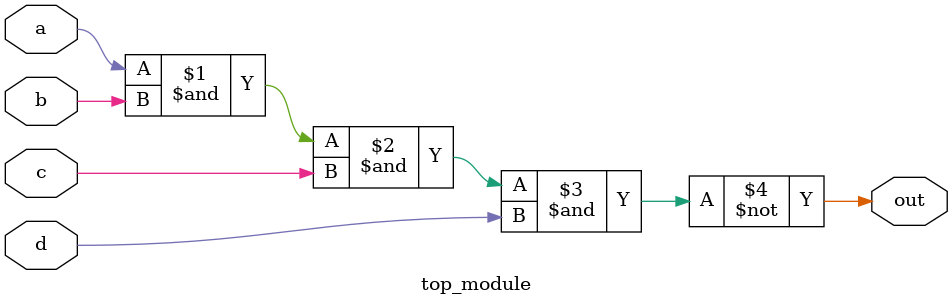
<source format=sv>
module top_module (
	input wire a, 
	input wire b,
	input wire c,
	input wire d,
	output wire out
);

	assign out = (~(a & b & c & d));

endmodule

</source>
